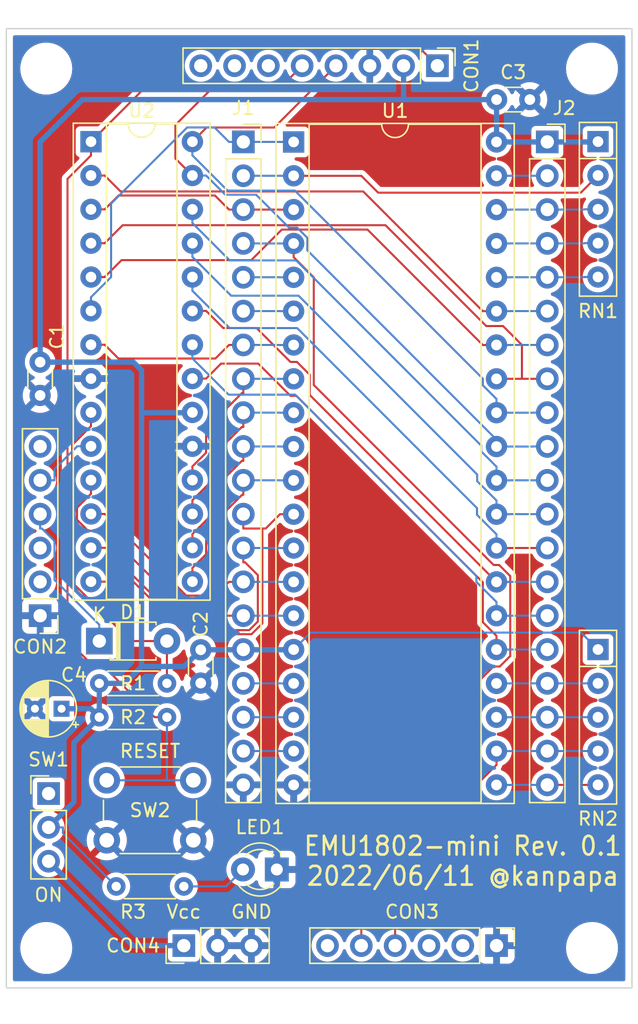
<source format=kicad_pcb>
(kicad_pcb (version 20211014) (generator pcbnew)
  (title_block (title "EMU1802-mini") (date "2022-06-11") (rev "0.1") (company "kanpapa.com"))
  (layers (0 "F.Cu" signal) (31 "B.Cu" signal) (34 "B.Paste" user) (35 "F.Paste" user) (36 "B.SilkS" user "B.Silkscreen") (37 "F.SilkS" user "F.Silkscreen") (38 "B.Mask" user) (39 "F.Mask" user) (44 "Edge.Cuts" user))
  (net 0 "")
  (net 1 "GND")
  (net 2 "VCC")
  (net 3 "Net-(CON1-Pad1)")
  (net 9 "Net-(CON2-Pad4)")
  (net 10 "Net-(CON2-Pad5)")
  (net 13 "Net-(D1-Pad2)")
  (net 14 "Net-(LED1-Pad2)")
  (net 18 "/MA7")
  (net 19 "/MA6")
  (net 20 "/~EF3")
  (net 21 "/Q")
  (net 22 "Net-(CON4-Pad1)")
  (net 23 "/CLOCK")
  (net 24 "/~WAIT")
  (net 25 "/~CLEAR")
  (net 26 "/SC1")
  (net 27 "/SC0")
  (net 28 "/~MRD")
  (net 29 "/BUS7")
  (net 30 "/BUS6")
  (net 31 "/BUS5")
  (net 32 "/BUS4")
  (net 33 "/BUS3")
  (net 34 "/BUS2")
  (net 35 "/BUS1")
  (net 36 "/BUS0")
  (net 37 "/N2")
  (net 38 "/N1")
  (net 39 "/N0")
  (net 40 "/~XTAL")
  (net 41 "/~DMA_IN")
  (net 42 "/~DMA_OUT")
  (net 43 "/~INTERRUPT")
  (net 44 "/~MWR")
  (net 45 "/TPA")
  (net 46 "/TPB")
  (net 47 "/MA5")
  (net 48 "/MA4")
  (net 49 "/MA3")
  (net 50 "/MA2")
  (net 51 "/MA1")
  (net 52 "/MA0")
  (net 53 "/~EF1")
  (net 54 "/~EF2")
  (net 55 "/~EF4")
  (footprint "LED_THT:LED_D3.0mm" (layer "F.Cu") (at 130.32 111.11 180)
    (fp_text reference "LED1")
    (fp_text value "POWER LED")
  )
  (footprint "Resistor_THT:R_Array_SIP5" (layer "F.Cu") (at 154.45 56.48 -90)
    (fp_text reference "RN1")
    (fp_text value "10K")
  )
  (footprint "Diode_THT:D_T-1_P5.08mm_Horizontal" (layer "F.Cu") (at 116.985 93.965)
    (fp_text reference "D1")
    (fp_text value "1N4148")
  )
  (footprint "Button_Switch_THT:SW_PUSH_6mm" (layer "F.Cu") (at 117.545 104.415)
    (fp_text reference "SW2")
    (fp_text value "RESET")
  )
  (footprint "Resistor_THT:R_Axial_DIN0204_L3.6mm_D1.6mm_P5.08mm_Horizontal" (layer "F.Cu") (at 116.985 99.68)
    (fp_text reference "R2")
    (fp_text value "10k")
  )
  (footprint "Package_DIP:DIP-28_W7.62mm_Socket" (layer "F.Cu") (at 116.36 56.485)
    (fp_text reference "U2")
    (fp_text value "PIC18F27Q43")
  )
  (footprint "Connector_PinHeader_2.54mm:PinHeader_1x08_P2.54mm_Vertical" (layer "F.Cu") (at 142.385 50.785 -90)
    (fp_text reference "CON1")
    (fp_text value "PICKIT/SNAP")
  )
  (footprint "Resistor_THT:R_Array_SIP5" (layer "F.Cu") (at 154.45 94.6 -90)
    (fp_text reference "RN2")
    (fp_text value "10K")
  )
  (footprint "Capacitor_THT:C_Disc_D3.0mm_W1.6mm_P2.50mm" (layer "F.Cu") (at 124.605 94.62 -90)
    (fp_text reference "C2")
    (fp_text value "0.1u")
  )
  (footprint "Resistor_THT:R_Axial_DIN0204_L3.6mm_D1.6mm_P5.08mm_Horizontal" (layer "F.Cu") (at 118.255 112.38)
    (fp_text reference "R3")
    (fp_text value "1.5k")
  )
  (footprint "Connector_PinSocket_2.54mm:PinSocket_1x20_P2.54mm_Vertical" (layer "F.Cu") (at 150.64 56.5)
    (fp_text reference "J2")
    (fp_text value "CPUB")
  )
  (footprint "Connector_PinSocket_2.54mm:PinSocket_1x20_P2.54mm_Vertical" (layer "F.Cu") (at 127.805 56.5)
    (fp_text reference "J1")
    (fp_text value "CPUA")
  )
  (footprint "Capacitor_THT:CP_Radial_D4.0mm_P2.00mm" (layer "F.Cu") (at 114.1476 99.045 180)
    (fp_text reference "C4")
    (fp_text value "10uF")
  )
  (footprint "MountingHole:MountingHole_3.2mm_M3" (layer "F.Cu") (at 154 51)
    (fp_text reference "MH3" hide)
    (fp_text value "MountingHole_3.2mm_M3" hide)
  )
  (footprint "MountingHole:MountingHole_3.2mm_M3" (layer "F.Cu") (at 154 117)
    (fp_text reference "MH2" hide)
    (fp_text value "MountingHole_3.2mm_M3" hide)
  )
  (footprint "Connector_PinHeader_2.54mm:PinHeader_1x03_P2.54mm_Vertical" (layer "F.Cu") (at 113.175 105.41)
    (fp_text reference "SW1")
    (fp_text value "POWER")
  )
  (footprint "Connector_PinHeader_2.54mm:PinHeader_1x06_P2.54mm_Vertical" (layer "F.Cu") (at 112.54 92.06 180)
    (fp_text reference "CON2")
    (fp_text value "UART")
  )
  (footprint "Connector_PinHeader_2.54mm:PinHeader_1x03_P2.54mm_Vertical" (layer "F.Cu") (at 123.335 116.825 90)
    (fp_text reference "CON4")
    (fp_text value "DC-IN")
  )
  (footprint "Capacitor_THT:C_Disc_D3.0mm_W1.6mm_P2.50mm" (layer "F.Cu") (at 112.54 75.53 90)
    (fp_text reference "C1")
    (fp_text value "0.1u")
  )
  (footprint "Connector_PinHeader_2.54mm:PinHeader_1x06_P2.54mm_Vertical" (layer "F.Cu") (at 146.83 116.825 -90)
    (fp_text reference "CON3")
    (fp_text value "Software Serial")
  )
  (footprint "MountingHole:MountingHole_3.2mm_M3" (layer "F.Cu") (at 113 51)
    (fp_text reference "MH4" hide)
    (fp_text value "MountingHole_3.2mm_M3" hide)
  )
  (footprint "Capacitor_THT:C_Disc_D3.0mm_W1.6mm_P2.50mm" (layer "F.Cu") (at 146.83 53.325)
    (fp_text reference "C3")
    (fp_text value "0.1u")
  )
  (footprint "Resistor_THT:R_Axial_DIN0204_L3.6mm_D1.6mm_P5.08mm_Horizontal" (layer "F.Cu") (at 116.985 97.14)
    (fp_text reference "R1")
    (fp_text value "10k")
  )
  (footprint "MountingHole:MountingHole_3.2mm_M3" (layer "F.Cu") (at 113 117)
    (fp_text reference "MH1" hide)
    (fp_text value "MountingHole_3.2mm_M3" hide)
  )
  (footprint "Package_DIP:DIP-40_W15.24mm_Socket" (layer "F.Cu") (at 131.585 56.505)
    (fp_text reference "U1")
    (fp_text value "CDP1802ACE")
  )
  (gr_rect locked (start 110 120) (end 157 48) (layer "Edge.Cuts") (width 0.1) (fill none))
  (gr_text "ON" (at 113.175 113.015) (layer "F.SilkS") (effects (font (size 1 1))))
  (gr_text "RESET" (at 120.795 102.22) (layer "F.SilkS") (effects (font (size 1 1))))
  (gr_text "EMU1802-mini Rev. 0.1\n2022/06/11 @kanpapa\n" (at 144.29 110.475) (layer "F.SilkS") (effects (font (size 1.4 1.3) (thickness 0.2))))
  (gr_text "Vcc" (at 123.335 114.285) (layer "F.SilkS") (effects (font (size 1 1))))
  (gr_text "GND" (at 128.415 114.285) (layer "F.SilkS") (effects (font (size 1 1))))
  (segment locked (start 146.825 56.505) (end 150.64 56.505) (width 0.4) (layer "B.Cu") (net 2))
  (segment (start 153.18 93.33) (end 154.45 94.6) (width 0.1524) (layer "B.Cu") (net 2))
  (segment (start 131.57 94.62) (end 131.585 94.605) (width 0.4) (layer "B.Cu") (net 2))
  (segment (start 132.86 93.33) (end 152.545 93.33) (width 0.1524) (layer "B.Cu") (net 2))
  (segment (start 131.585 94.605) (end 132.86 93.33) (width 0.1524) (layer "B.Cu") (net 2))
  (segment (start 114.2539 108.3789) (end 114.2539 107.95) (width 0.1524) (layer "B.Cu") (net 2))
  (segment (start 152.545 93.33) (end 153.18 93.33) (width 0.1524) (layer "B.Cu") (net 2))
  (segment (start 114.148 99.045) (end 114.1476 99.045) (width 0.1524) (layer "B.Cu") (net 2))
  (segment locked (start 120.16 76.83) (end 120.16 95.87) (width 0.4) (layer "B.Cu") (net 2))
  (segment locked (start 123.955 76.83) (end 120.16 76.83) (width 0.4) (layer "B.Cu") (net 2))
  (segment (start 118.255 112.38) (end 114.2539 108.3789) (width 0.1524) (layer "B.Cu") (net 2))
  (segment (start 116.985 99.68) (end 115.08 101.585) (width 0.4) (layer "B.Cu") (net 2))
  (segment (start 139.845 50.785) (end 139.845 53.325) (width 0.4) (layer "B.Cu") (net 2))
  (segment (start 146.83 53.325) (end 146.83 56.5) (width 0.4) (layer "B.Cu") (net 2))
  (segment locked (start 120.16 73.645) (end 120.16 76.82) (width 0.4) (layer "B.Cu") (net 2))
  (segment locked (start 112.54 56.5) (end 112.54 73.03) (width 0.4) (layer "B.Cu") (net 2))
  (segment locked (start 150.64 56.505) (end 154.425 56.505) (width 0.4) (layer "B.Cu") (net 2))
  (segment (start 123.955 76.83) (end 123.98 76.805) (width 0.1524) (layer "B.Cu") (net 2))
  (segment locked (start 118.89 97.14) (end 120.16 95.87) (width 0.4) (layer "B.Cu") (net 2))
  (segment (start 124.605 94.62) (end 127.825 94.62) (width 0.4) (layer "B.Cu") (net 2))
  (segment locked (start 146.83 53.325) (end 115.715 53.325) (width 0.4) (layer "B.Cu") (net 2))
  (segment (start 116.35 99.045) (end 116.985 99.68) (width 0.4) (layer "B.Cu") (net 2))
  (segment locked (start 116.985 99.68) (end 116.985 97.14) (width 0.4) (layer "B.Cu") (net 2))
  (segment (start 123.355 95.87) (end 124.605 94.62) (width 0.4) (layer "B.Cu") (net 2))
  (segment locked (start 119.545 73.03) (end 120.16 73.645) (width 0.4) (layer "B.Cu") (net 2))
  (segment locked (start 112.54 73.03) (end 119.545 73.03) (width 0.4) (layer "B.Cu") (net 2))
  (segment (start 127.825 94.62) (end 127.805 94.6) (width 0.1524) (layer "B.Cu") (net 2))
  (segment (start 120.16 95.87) (end 123.355 95.87) (width 0.4) (layer "B.Cu") (net 2))
  (segment (start 115.08 106.045) (end 113.175 107.95) (width 0.4) (layer "B.Cu") (net 2))
  (segment locked (start 115.715 53.325) (end 112.54 56.5) (width 0.4) (layer "B.Cu") (net 2))
  (segment (start 120.16 76.82) (end 120.16 76.83) (width 0.1524) (layer "B.Cu") (net 2))
  (segment (start 127.825 94.62) (end 131.57 94.62) (width 0.4) (layer "B.Cu") (net 2))
  (segment (start 154.425 56.505) (end 154.45 56.48) (width 0.1524) (layer "B.Cu") (net 2))
  (segment (start 116.35 99.045) (end 116.985 99.68) (width 0.4) (layer "B.Cu") (net 2))
  (segment (start 113.175 107.95) (end 114.2539 107.95) (width 0.1524) (layer "B.Cu") (net 2))
  (segment locked (start 116.985 97.14) (end 118.89 97.14) (width 0.4) (layer "B.Cu") (net 2))
  (segment (start 115.08 101.585) (end 115.08 106.045) (width 0.4) (layer "B.Cu") (net 2))
  (segment (start 114.148 99.045) (end 116.35 99.045) (width 0.4) (layer "B.Cu") (net 2))
  (segment (start 116.5255 95.8334) (end 114.5952 93.9031) (width 0.1524) (layer "F.Cu") (net 3))
  (segment (start 123.33 49.515) (end 116.36 56.485) (width 0.1524) (layer "F.Cu") (net 3))
  (segment (start 142.385 50.785) (end 141.115 49.515) (width 0.1524) (layer "F.Cu") (net 3))
  (segment (start 117.2895 95.8334) (end 116.5255 95.8334) (width 0.1524) (layer "F.Cu") (net 3))
  (segment (start 121.1361 99.68) (end 117.2895 95.8334) (width 0.1524) (layer "F.Cu") (net 3))
  (segment (start 114.5952 59.2787) (end 116.36 57.5139) (width 0.1524) (layer "F.Cu") (net 3))
  (segment (start 122.065 99.68) (end 121.1361 99.68) (width 0.1524) (layer "F.Cu") (net 3))
  (segment (start 141.115 49.515) (end 123.33 49.515) (width 0.1524) (layer "F.Cu") (net 3))
  (segment (start 116.36 56.485) (end 116.36 57.5139) (width 0.1524) (layer "F.Cu") (net 3))
  (segment (start 114.5952 93.9031) (end 114.5952 59.2787) (width 0.1524) (layer "F.Cu") (net 3))
  (segment (start 122.065 104.415) (end 117.545 104.415) (width 0.1524) (layer "B.Cu") (net 3))
  (segment (start 124.045 104.415) (end 122.065 104.415) (width 0.1524) (layer "B.Cu") (net 3))
  (segment (start 122.065 99.68) (end 122.065 104.415) (width 0.1524) (layer "B.Cu") (net 3))
  (segment (start 113.6189 86.4628) (end 113.6189 89.37) (width 0.1524) (layer "B.Cu") (net 9))
  (segment (start 116.985 93.965) (end 116.985 92.7361) (width 0.1524) (layer "B.Cu") (net 9))
  (segment (start 112.54 84.44) (end 112.54 85.5189) (width 0.1524) (layer "B.Cu") (net 9))
  (segment (start 112.54 85.5189) (end 112.675 85.5189) (width 0.1524) (layer "B.Cu") (net 9))
  (segment (start 112.675 85.5189) (end 113.6189 86.4628) (width 0.1524) (layer "B.Cu") (net 9))
  (segment (start 113.6189 89.37) (end 116.985 92.7361) (width 0.1524) (layer "B.Cu") (net 9))
  (segment (start 112.54 81.9) (end 113.6189 81.9) (width 0.1524) (layer "B.Cu") (net 10))
  (segment (start 113.6189 81.9) (end 113.6189 81.0572) (width 0.1524) (layer "B.Cu") (net 10))
  (segment (start 113.6189 81.0572) (end 115.3311 79.345) (width 0.1524) (layer "B.Cu") (net 10))
  (segment (start 116.36 79.345) (end 115.3311 79.345) (width 0.1524) (layer "B.Cu") (net 10))
  (segment (start 119.3514 93.965) (end 114.9434 89.557) (width 0.1524) (layer "F.Cu") (net 13))
  (segment (start 116.36 76.805) (end 116.36 77.8339) (width 0.1524) (layer "F.Cu") (net 13))
  (segment (start 120.8361 93.965) (end 119.3514 93.965) (width 0.1524) (layer "F.Cu") (net 13))
  (segment (start 114.9434 89.557) (end 114.9434 79.2505) (width 0.1524) (layer "F.Cu") (net 13))
  (segment (start 114.9434 79.2505) (end 116.36 77.8339) (width 0.1524) (layer "F.Cu") (net 13))
  (segment (start 122.065 93.965) (end 120.8361 93.965) (width 0.1524) (layer "F.Cu") (net 13))
  (segment (start 122.065 97.14) (end 122.065 93.965) (width 0.1524) (layer "F.Cu") (net 13))
  (segment (start 126.51 112.38) (end 127.78 111.11) (width 0.1524) (layer "B.Cu") (net 14))
  (segment (start 123.335 112.38) (end 126.51 112.38) (width 0.1524) (layer "B.Cu") (net 14))
  (segment (start 134.765 50.785) (end 130.1286 55.4214) (width 0.1524) (layer "F.Cu") (net 18))
  (segment (start 130.1286 55.4214) (end 125.0436 55.4214) (width 0.1524) (layer "F.Cu") (net 18))
  (segment (start 125.0436 55.4214) (end 123.98 56.485) (width 0.1524) (layer "F.Cu") (net 18))
  (segment (start 149.5611 76.82) (end 149.5561 76.825) (width 0.1524) (layer "B.Cu") (net 18))
  (segment (start 146.825 75.7961) (end 145.7961 74.7672) (width 0.1524) (layer "B.Cu") (net 18))
  (segment (start 131.678 60.1562) (end 126.6223 60.1562) (width 0.1524) (layer "B.Cu") (net 18))
  (segment (start 145.7961 74.7672) (end 145.7961 74.2743) (width 0.1524) (layer "B.Cu") (net 18))
  (segment (start 146.825 76.825) (end 146.825 75.7961) (width 0.1524) (layer "B.Cu") (net 18))
  (segment (start 145.7961 74.2743) (end 131.678 60.1562) (width 0.1524) (layer "B.Cu") (net 18))
  (segment (start 149.5561 76.825) (end 146.825 76.825) (width 0.1524) (layer "B.Cu") (net 18))
  (segment (start 123.98 56.485) (end 123.98 57.5139) (width 0.1524) (layer "B.Cu") (net 18))
  (segment (start 150.64 76.82) (end 149.5611 76.82) (width 0.1524) (layer "B.Cu") (net 18))
  (segment (start 126.6223 60.1562) (end 123.98 57.5139) (width 0.1524) (layer "B.Cu") (net 18))
  (segment (start 122.7 55.23) (end 125.877582 52.052418) (width 0.1524) (layer "F.Cu") (net 19))
  (segment (start 122.7 57.745) (end 122.7 55.23) (width 0.1524) (layer "F.Cu") (net 19))
  (segment (start 125.877582 52.052418) (end 130.957582 52.052418) (width 0.1524) (layer "F.Cu") (net 19))
  (segment (start 123.98 59.025) (end 122.7 57.745) (width 0.1524) (layer "F.Cu") (net 19))
  (segment (start 130.957582 52.052418) (end 132.225 50.785) (width 0.1524) (layer "F.Cu") (net 19))
  (segment (start 131.2373 62.9382) (end 128.7605 60.4614) (width 0.1524) (layer "B.Cu") (net 19))
  (segment (start 149.5561 79.365) (end 147.3395 79.365) (width 0.1524) (layer "B.Cu") (net 19))
  (segment (start 131.8533 62.9382) (end 131.2373 62.9382) (width 0.1524) (layer "B.Cu") (net 19))
  (segment (start 147.3395 79.365) (end 132.6139 64.6394) (width 0.1524) (layer "B.Cu") (net 19))
  (segment (start 150.64 79.36) (end 149.5611 79.36) (width 0.1524) (layer "B.Cu") (net 19))
  (segment (start 132.6139 64.6394) (end 132.6139 63.6988) (width 0.1524) (layer "B.Cu") (net 19))
  (segment (start 149.5611 79.36) (end 149.5561 79.365) (width 0.1524) (layer "B.Cu") (net 19))
  (segment (start 132.6139 63.6988) (end 131.8533 62.9382) (width 0.1524) (layer "B.Cu") (net 19))
  (segment (start 126.4453 60.4614) (end 125.0089 59.025) (width 0.1524) (layer "B.Cu") (net 19))
  (segment (start 128.7605 60.4614) (end 126.4453 60.4614) (width 0.1524) (layer "B.Cu") (net 19))
  (segment (start 123.98 59.025) (end 125.0089 59.025) (width 0.1524) (layer "B.Cu") (net 19))
  (segment (start 146.825 79.365) (end 147.3395 79.365) (width 0.1524) (layer "B.Cu") (net 19))
  (segment (start 139.21 110.8689) (end 146.825 103.2539) (width 0.1524) (layer "F.Cu") (net 20))
  (segment (start 146.825 102.225) (end 146.825 103.2539) (width 0.1524) (layer "F.Cu") (net 20))
  (segment (start 139.21 116.825) (end 139.21 110.8689) (width 0.1524) (layer "F.Cu") (net 20))
  (segment (start 146.825 102.225) (end 149.5561 102.225) (width 0.1524) (layer "B.Cu") (net 20))
  (segment (start 154.45 102.22) (end 150.64 102.22) (width 0.1524) (layer "B.Cu") (net 20))
  (segment (start 150.64 102.22) (end 149.5611 102.22) (width 0.1524) (layer "B.Cu") (net 20))
  (segment (start 149.5561 102.225) (end 149.5611 102.22) (width 0.1524) (layer "B.Cu") (net 20))
  (segment (start 147.8585 89.0917) (end 147.0218 88.255) (width 0.1524) (layer "F.Cu") (net 21))
  (segment (start 147.8585 95.0851) (end 147.8585 89.0917) (width 0.1524) (layer "F.Cu") (net 21))
  (segment (start 146.5974 95.875) (end 147.0686 95.875) (width 0.1524) (layer "F.Cu") (net 21))
  (segment (start 147.0686 95.875) (end 147.8585 95.0851) (width 0.1524) (layer "F.Cu") (net 21))
  (segment (start 133.096 74.7425) (end 133.096 66.6649) (width 0.1524) (layer "F.Cu") (net 21))
  (segment (start 146.6085 88.255) (end 133.096 74.7425) (width 0.1524) (layer "F.Cu") (net 21))
  (segment (start 133.096 66.6649) (end 131.585 65.1539) (width 0.1524) (layer "F.Cu") (net 21))
  (segment (start 136.67 116.825) (end 136.67 105.8024) (width 0.1524) (layer "F.Cu") (net 21))
  (segment (start 147.0218 88.255) (end 146.6085 88.255) (width 0.1524) (layer "F.Cu") (net 21))
  (segment (start 136.67 105.8024) (end 146.5974 95.875) (width 0.1524) (layer "F.Cu") (net 21))
  (segment (start 131.585 64.125) (end 131.585 65.1539) (width 0.1524) (layer "F.Cu") (net 21))
  (segment (start 128.8889 64.125) (end 128.8839 64.12) (width 0.1524) (layer "B.Cu") (net 21))
  (segment (start 131.585 64.125) (end 128.8889 64.125) (width 0.1524) (layer "B.Cu") (net 21))
  (segment (start 127.805 64.12) (end 128.8839 64.12) (width 0.1524) (layer "B.Cu") (net 21))
  (segment (start 113.175 110.49) (end 119.51 116.825) (width 0.4) (layer "B.Cu") (net 22))
  (segment (start 119.51 116.825) (end 123.335 116.825) (width 0.4) (layer "B.Cu") (net 22))
  (segment (start 125.6422 55.4161) (end 123.5872 55.4161) (width 0.1524) (layer "B.Cu") (net 23))
  (segment (start 131.585 56.505) (end 130.5561 56.505) (width 0.1524) (layer "B.Cu") (net 23))
  (segment (start 130.5511 56.5) (end 127.805 56.5) (width 0.1524) (layer "B.Cu") (net 23))
  (segment (start 116.36 69.185) (end 116.36 68.1561) (width 0.1524) (layer "B.Cu") (net 23))
  (segment (start 117.871 61.1323) (end 117.871 66.6451) (width 0.1524) (layer "B.Cu") (net 23))
  (segment (start 127.805 56.5) (end 126.7261 56.5) (width 0.1524) (layer "B.Cu") (net 23))
  (segment (start 130.5561 56.505) (end 130.5511 56.5) (width 0.1524) (layer "B.Cu") (net 23))
  (segment (start 123.5872 55.4161) (end 117.871 61.1323) (width 0.1524) (layer "B.Cu") (net 23))
  (segment (start 117.871 66.6451) (end 116.36 68.1561) (width 0.1524) (layer "B.Cu") (net 23))
  (segment (start 126.7261 56.5) (end 125.6422 55.4161) (width 0.1524) (layer "B.Cu") (net 23))
  (segment (start 137.93 60.31) (end 136.665 59.045) (width 0.1524) (layer "F.Cu") (net 24))
  (segment (start 153.16 60.31) (end 137.93 60.31) (width 0.1524) (layer "F.Cu") (net 24))
  (segment (start 154.45 59.02) (end 153.16 60.31) (width 0.1524) (layer "F.Cu") (net 24))
  (segment (start 131.585 59.045) (end 136.665 59.045) (width 0.1524) (layer "F.Cu") (net 24))
  (segment (start 127.805 59.04) (end 130.5511 59.04) (width 0.1524) (layer "B.Cu") (net 24))
  (segment (start 131.585 59.045) (end 130.5561 59.045) (width 0.1524) (layer "B.Cu") (net 24))
  (segment (start 130.5511 59.04) (end 130.5561 59.045) (width 0.1524) (layer "B.Cu") (net 24))
  (segment (start 126.7261 61.58) (end 125.6708 60.5247) (width 0.1524) (layer "F.Cu") (net 25))
  (segment (start 118.4292 60.5247) (end 117.3889 61.565) (width 0.1524) (layer "F.Cu") (net 25))
  (segment (start 116.36 61.565) (end 117.3889 61.565) (width 0.1524) (layer "F.Cu") (net 25))
  (segment (start 131.585 61.585) (end 130.5561 61.585) (width 0.1524) (layer "F.Cu") (net 25))
  (segment (start 130.5511 61.58) (end 127.805 61.58) (width 0.1524) (layer "F.Cu") (net 25))
  (segment (start 125.6708 60.5247) (end 118.4292 60.5247) (width 0.1524) (layer "F.Cu") (net 25))
  (segment (start 130.5561 61.585) (end 130.5511 61.58) (width 0.1524) (layer "F.Cu") (net 25))
  (segment (start 127.805 61.58) (end 126.7261 61.58) (width 0.1524) (layer "F.Cu") (net 25))
  (segment (start 130.5511 66.66) (end 130.5561 66.665) (width 0.1524) (layer "B.Cu") (net 26))
  (segment (start 131.585 66.665) (end 130.5561 66.665) (width 0.1524) (layer "B.Cu") (net 26))
  (segment (start 127.805 66.66) (end 130.5511 66.66) (width 0.1524) (layer "B.Cu") (net 26))
  (segment (start 127.805 69.2) (end 130.5511 69.2) (width 0.1524) (layer "B.Cu") (net 27))
  (segment (start 131.585 69.205) (end 130.5561 69.205) (width 0.1524) (layer "B.Cu") (net 27))
  (segment (start 130.5511 69.2) (end 130.5561 69.205) (width 0.1524) (layer "B.Cu") (net 27))
  (segment (start 126.7261 71.74) (end 125.7064 72.7597) (width 0.1524) (layer "F.Cu") (net 28))
  (segment (start 118.4236 72.7597) (end 117.3889 71.725) (width 0.1524) (layer "F.Cu") (net 28))
  (segment (start 116.36 71.725) (end 117.3889 71.725) (width 0.1524) (layer "F.Cu") (net 28))
  (segment (start 127.805 71.74) (end 126.7261 71.74) (width 0.1524) (layer "F.Cu") (net 28))
  (segment (start 125.7064 72.7597) (end 118.4236 72.7597) (width 0.1524) (layer "F.Cu") (net 28))
  (segment (start 131.585 71.745) (end 130.5561 71.745) (width 0.1524) (layer "B.Cu") (net 28))
  (segment (start 127.805 71.74) (end 130.5511 71.74) (width 0.1524) (layer "B.Cu") (net 28))
  (segment (start 130.5511 71.74) (end 130.5561 71.745) (width 0.1524) (layer "B.Cu") (net 28))
  (segment (start 127.805 74.28) (end 127.805 75.3589) (width 0.1524) (layer "F.Cu") (net 29))
  (segment (start 127.6932 75.3589) (end 127.805 75.3589) (width 0.1524) (layer "F.Cu") (net 29))
  (segment (start 123.98 81.885) (end 123.98 80.8561) (width 0.1524) (layer "F.Cu") (net 29))
  (segment (start 125.0089 78.0432) (end 127.6932 75.3589) (width 0.1524) (layer "F.Cu") (net 29))
  (segment (start 123.98 80.8561) (end 125.0089 79.8272) (width 0.1524) (layer "F.Cu") (net 29))
  (segment (start 125.0089 79.8272) (end 125.0089 78.0432) (width 0.1524) (layer "F.Cu") (net 29))
  (segment (start 131.585 74.285) (end 130.5561 74.285) (width 0.1524) (layer "B.Cu") (net 29))
  (segment (start 130.5511 74.28) (end 130.5561 74.285) (width 0.1524) (layer "B.Cu") (net 29))
  (segment (start 127.805 74.28) (end 130.5511 74.28) (width 0.1524) (layer "B.Cu") (net 29))
  (segment (start 123.98 84.425) (end 123.98 83.3961) (width 0.1524) (layer "F.Cu") (net 30))
  (segment (start 123.98 83.3961) (end 126.344 81.0321) (width 0.1524) (layer "F.Cu") (net 30))
  (segment (start 127.6932 77.8989) (end 127.805 77.8989) (width 0.1524) (layer "F.Cu") (net 30))
  (segment (start 126.344 79.2481) (end 127.6932 77.8989) (width 0.1524) (layer "F.Cu") (net 30))
  (segment (start 126.344 81.0321) (end 126.344 79.2481) (width 0.1524) (layer "F.Cu") (net 30))
  (segment (start 127.805 76.82) (end 127.805 77.8989) (width 0.1524) (layer "F.Cu") (net 30))
  (segment (start 127.805 76.82) (end 130.5511 76.82) (width 0.1524) (layer "B.Cu") (net 30))
  (segment (start 130.5511 76.82) (end 130.5561 76.825) (width 0.1524) (layer "B.Cu") (net 30))
  (segment (start 131.585 76.825) (end 130.5561 76.825) (width 0.1524) (layer "B.Cu") (net 30))
  (segment (start 127.696 80.4389) (end 125.7547 82.3802) (width 0.1524) (layer "F.Cu") (net 31))
  (segment (start 127.805 80.4389) (end 127.696 80.4389) (width 0.1524) (layer "F.Cu") (net 31))
  (segment (start 125.7547 82.3802) (end 125.7547 84.1614) (width 0.1524) (layer "F.Cu") (net 31))
  (segment (start 125.7547 84.1614) (end 123.98 85.9361) (width 0.1524) (layer "F.Cu") (net 31))
  (segment (start 123.98 86.965) (end 123.98 85.9361) (width 0.1524) (layer "F.Cu") (net 31))
  (segment (start 127.805 79.36) (end 127.805 80.4389) (width 0.1524) (layer "F.Cu") (net 31))
  (segment (start 131.585 79.365) (end 130.5561 79.365) (width 0.1524) (layer "B.Cu") (net 31))
  (segment (start 127.805 79.36) (end 130.5511 79.36) (width 0.1524) (layer "B.Cu") (net 31))
  (segment (start 130.5511 79.36) (end 130.5561 79.365) (width 0.1524) (layer "B.Cu") (net 31))
  (segment (start 123.98 88.4761) (end 125.0089 87.4472) (width 0.1524) (layer "F.Cu") (net 32))
  (segment (start 123.98 89.505) (end 123.98 88.4761) (width 0.1524) (layer "F.Cu") (net 32))
  (segment (start 125.0089 85.6914) (end 127.7214 82.9789) (width 0.1524) (layer "F.Cu") (net 32))
  (segment (start 127.7214 82.9789) (end 127.805 82.9789) (width 0.1524) (layer "F.Cu") (net 32))
  (segment (start 125.0089 87.4472) (end 125.0089 85.6914) (width 0.1524) (layer "F.Cu") (net 32))
  (segment (start 127.805 81.9) (end 127.805 82.9789) (width 0.1524) (layer "F.Cu") (net 32))
  (segment (start 131.585 81.905) (end 130.5561 81.905) (width 0.1524) (layer "B.Cu") (net 32))
  (segment (start 130.5511 81.9) (end 130.5561 81.905) (width 0.1524) (layer "B.Cu") (net 32))
  (segment (start 127.805 81.9) (end 130.5511 81.9) (width 0.1524) (layer "B.Cu") (net 32))
  (segment (start 119.5422 89.505) (end 116.36 89.505) (width 0.1524) (layer "F.Cu") (net 33))
  (segment (start 129.2374 92.6359) (end 128.4218 93.4515) (width 0.1524) (layer "F.Cu") (net 33))
  (segment (start 131.585 84.445) (end 130.5561 84.445) (width 0.1524) (layer "F.Cu") (net 33))
  (segment (start 129.2374 85.5189) (end 129.4822 85.5189) (width 0.1524) (layer "F.Cu") (net 33))
  (segment (start 128.4218 93.4515) (end 123.4887 93.4515) (width 0.1524) (layer "F.Cu") (net 33))
  (segment (start 129.4822 85.5189) (end 130.5561 84.445) (width 0.1524) (layer "F.Cu") (net 33))
  (segment (start 127.805 84.44) (end 127.805 85.5189) (width 0.1524) (layer "F.Cu") (net 33))
  (segment (start 129.2374 85.5189) (end 129.2374 92.6359) (width 0.1524) (layer "F.Cu") (net 33))
  (segment (start 127.805 85.5189) (end 129.2374 85.5189) (width 0.1524) (layer "F.Cu") (net 33))
  (segment (start 123.4887 93.4515) (end 119.5422 89.505) (width 0.1524) (layer "F.Cu") (net 33))
  (segment (start 127.805 86.98) (end 127.805 88.0589) (width 0.1524) (layer "F.Cu") (net 34))
  (segment (start 128.894 89.013) (end 128.894 92.501) (width 0.1524) (layer "F.Cu") (net 34))
  (segment (start 127.805 88.0589) (end 127.9399 88.0589) (width 0.1524) (layer "F.Cu") (net 34))
  (segment (start 127.9399 88.0589) (end 128.894 89.013) (width 0.1524) (layer "F.Cu") (net 34))
  (segment (start 128.2487 93.1463) (end 123.6152 93.1463) (width 0.1524) (layer "F.Cu") (net 34))
  (segment (start 117.4339 86.965) (end 116.36 86.965) (width 0.1524) (layer "F.Cu") (net 34))
  (segment (start 123.6152 93.1463) (end 117.4339 86.965) (width 0.1524) (layer "F.Cu") (net 34))
  (segment (start 128.894 92.501) (end 128.2487 93.1463) (width 0.1524) (layer "F.Cu") (net 34))
  (segment (start 131.585 86.985) (end 130.5561 86.985) (width 0.1524) (layer "B.Cu") (net 34))
  (segment (start 130.5511 86.98) (end 130.5561 86.985) (width 0.1524) (layer "B.Cu") (net 34))
  (segment (start 127.805 86.98) (end 130.5511 86.98) (width 0.1524) (layer "B.Cu") (net 34))
  (segment (start 125.692 90.5541) (end 123.518 90.5541) (width 0.1524) (layer "F.Cu") (net 35))
  (segment (start 123.518 90.5541) (end 117.3889 84.425) (width 0.1524) (layer "F.Cu") (net 35))
  (segment (start 127.805 89.52) (end 126.7261 89.52) (width 0.1524) (layer "F.Cu") (net 35))
  (segment (start 116.36 84.425) (end 117.3889 84.425) (width 0.1524) (layer "F.Cu") (net 35))
  (segment (start 126.7261 89.52) (end 125.692 90.5541) (width 0.1524) (layer "F.Cu") (net 35))
  (segment (start 127.805 89.52) (end 130.5511 89.52) (width 0.1524) (layer "B.Cu") (net 35))
  (segment (start 130.5511 89.52) (end 130.5561 89.525) (width 0.1524) (layer "B.Cu") (net 35))
  (segment (start 131.585 89.525) (end 130.5561 89.525) (width 0.1524) (layer "B.Cu") (net 35))
  (segment (start 116.1494 85.695) (end 117.4142 85.695) (width 0.1524) (layer "F.Cu") (net 36))
  (segment (start 116.36 81.885) (end 116.36 82.9139) (width 0.1524) (layer "F.Cu") (net 36))
  (segment (start 115.3088 83.9651) (end 115.3088 84.8544) (width 0.1524) (layer "F.Cu") (net 36))
  (segment (start 116.36 82.9139) (end 115.3088 83.9651) (width 0.1524) (layer "F.Cu") (net 36))
  (segment (start 123.7792 92.06) (end 127.805 92.06) (width 0.1524) (layer "F.Cu") (net 36))
  (segment (start 115.3088 84.8544) (end 116.1494 85.695) (width 0.1524) (layer "F.Cu") (net 36))
  (segment (start 117.4142 85.695) (end 123.7792 92.06) (width 0.1524) (layer "F.Cu") (net 36))
  (segment (start 131.585 92.065) (end 130.5561 92.065) (width 0.1524) (layer "B.Cu") (net 36))
  (segment (start 127.805 92.06) (end 130.5511 92.06) (width 0.1524) (layer "B.Cu") (net 36))
  (segment (start 130.5511 92.06) (end 130.5561 92.065) (width 0.1524) (layer "B.Cu") (net 36))
  (segment (start 131.585 97.145) (end 130.5561 97.145) (width 0.1524) (layer "B.Cu") (net 37))
  (segment (start 127.805 97.14) (end 130.5511 97.14) (width 0.1524) (layer "B.Cu") (net 37))
  (segment (start 130.5511 97.14) (end 130.5561 97.145) (width 0.1524) (layer "B.Cu") (net 37))
  (segment (start 130.5511 99.68) (end 130.5561 99.685) (width 0.1524) (layer "B.Cu") (net 38))
  (segment (start 131.585 99.685) (end 130.5561 99.685) (width 0.1524) (layer "B.Cu") (net 38))
  (segment (start 127.805 99.68) (end 130.5511 99.68) (width 0.1524) (layer "B.Cu") (net 38))
  (segment (start 131.585 102.225) (end 130.5561 102.225) (width 0.1524) (layer "B.Cu") (net 39))
  (segment (start 130.5511 102.22) (end 130.5561 102.225) (width 0.1524) (layer "B.Cu") (net 39))
  (segment (start 127.805 102.22) (end 130.5511 102.22) (width 0.1524) (layer "B.Cu") (net 39))
  (segment (start 150.64 59.04) (end 147.8589 59.04) (width 0.1524) (layer "B.Cu") (net 40))
  (segment (start 147.8589 59.04) (end 147.8539 59.045) (width 0.1524) (layer "B.Cu") (net 40))
  (segment (start 146.825 59.045) (end 147.8539 59.045) (width 0.1524) (layer "B.Cu") (net 40))
  (segment (start 153.4211 61.56) (end 153.4011 61.58) (width 0.1524) (layer "B.Cu") (net 41))
  (segment (start 153.4011 61.58) (end 150.64 61.58) (width 0.1524) (layer "B.Cu") (net 41))
  (segment (start 146.825 61.585) (end 147.8539 61.585) (width 0.1524) (layer "B.Cu") (net 41))
  (segment (start 147.8589 61.58) (end 147.8539 61.585) (width 0.1524) (layer "B.Cu") (net 41))
  (segment (start 154.45 61.56) (end 153.4211 61.56) (width 0.1524) (layer "B.Cu") (net 41))
  (segment (start 150.64 61.58) (end 147.8589 61.58) (width 0.1524) (layer "B.Cu") (net 41))
  (segment (start 147.8589 64.12) (end 147.8539 64.125) (width 0.1524) (layer "B.Cu") (net 42))
  (segment (start 150.64 64.12) (end 147.8589 64.12) (width 0.1524) (layer "B.Cu") (net 42))
  (segment (start 153.4211 64.1) (end 153.4011 64.12) (width 0.1524) (layer "B.Cu") (net 42))
  (segment (start 154.45 64.1) (end 153.4211 64.1) (width 0.1524) (layer "B.Cu") (net 42))
  (segment (start 146.825 64.125) (end 147.8539 64.125) (width 0.1524) (layer "B.Cu") (net 42))
  (segment (start 153.4011 64.12) (end 150.64 64.12) (width 0.1524) (layer "B.Cu") (net 42))
  (segment (start 150.64 66.66) (end 147.8589 66.66) (width 0.1524) (layer "B.Cu") (net 43))
  (segment (start 154.45 66.64) (end 153.4211 66.64) (width 0.1524) (layer "B.Cu") (net 43))
  (segment (start 153.4011 66.66) (end 150.64 66.66) (width 0.1524) (layer "B.Cu") (net 43))
  (segment (start 146.825 66.665) (end 147.8539 66.665) (width 0.1524) (layer "B.Cu") (net 43))
  (segment (start 147.8589 66.66) (end 147.8539 66.665) (width 0.1524) (layer "B.Cu") (net 43))
  (segment (start 153.4211 66.64) (end 153.4011 66.66) (width 0.1524) (layer "B.Cu") (net 43))
  (segment (start 146.825 69.205) (end 145.7961 69.205) (width 0.1524) (layer "F.Cu") (net 44))
  (segment (start 118.5834 60.2195) (end 117.3889 59.025) (width 0.1524) (layer "F.Cu") (net 44))
  (segment (start 136.8106 60.2195) (end 118.5834 60.2195) (width 0.1524) (layer "F.Cu") (net 44))
  (segment (start 145.7961 69.205) (end 136.8106 60.2195) (width 0.1524) (layer "F.Cu") (net 44))
  (segment (start 116.36 59.025) (end 117.3889 59.025) (width 0.1524) (layer "F.Cu") (net 44))
  (segment (start 150.64 69.2) (end 147.8589 69.2) (width 0.1524) (layer "B.Cu") (net 44))
  (segment (start 147.8589 69.2) (end 147.8539 69.205) (width 0.1524) (layer "B.Cu") (net 44))
  (segment (start 146.825 69.205) (end 147.8539 69.205) (width 0.1524) (layer "B.Cu") (net 44))
  (segment (start 116.36 66.645) (end 117.3889 66.645) (width 0.1524) (layer "F.Cu") (net 45))
  (segment (start 146.825 71.745) (end 145.7961 71.745) (width 0.1524) (layer "F.Cu") (net 45))
  (segment (start 128.4026 65.375) (end 118.6589 65.375) (width 0.1524) (layer "F.Cu") (net 45))
  (segment (start 130.6967 63.0809) (end 128.4026 65.375) (width 0.1524) (layer "F.Cu") (net 45))
  (segment (start 118.6589 65.375) (end 117.3889 66.645) (width 0.1524) (layer "F.Cu") (net 45))
  (segment (start 145.7961 71.745) (end 137.132 63.0809) (width 0.1524) (layer "F.Cu") (net 45))
  (segment (start 137.132 63.0809) (end 130.6967 63.0809) (width 0.1524) (layer "F.Cu") (net 45))
  (segment (start 146.825 71.745) (end 147.8539 71.745) (width 0.1524) (layer "B.Cu") (net 45))
  (segment (start 150.64 71.74) (end 147.8589 71.74) (width 0.1524) (layer "B.Cu") (net 45))
  (segment (start 147.8589 71.74) (end 147.8539 71.745) (width 0.1524) (layer "B.Cu") (net 45))
  (segment (start 148.735 74.28) (end 148.735 71.74) (width 0.1524) (layer "F.Cu") (net 46))
  (segment (start 138.4855 62.7545) (end 118.7394 62.7545) (width 0.1524) (layer "F.Cu") (net 46))
  (segment (start 117.3889 64.105) (end 116.36 64.105) (width 0.1524) (layer "F.Cu") (net 46))
  (segment (start 148.735 71.74) (end 147.3175 70.3225) (width 0.1524) (layer "F.Cu") (net 46))
  (segment (start 146.0535 70.3225) (end 138.4855 62.7545) (width 0.1524) (layer "F.Cu") (net 46))
  (segment (start 147.3175 70.3225) (end 146.0535 70.3225) (width 0.1524) (layer "F.Cu") (net 46))
  (segment (start 146.83 74.28) (end 150.64 74.28) (width 0.1524) (layer "F.Cu") (net 46))
  (segment (start 118.7394 62.7545) (end 117.3889 64.105) (width 0.1524) (layer "F.Cu") (net 46))
  (segment (start 146.825 74.285) (end 146.83 74.28) (width 0.1524) (layer "F.Cu") (net 46))
  (segment (start 123.98 62.5939) (end 126.7811 65.395) (width 0.1524) (layer "B.Cu") (net 47))
  (segment (start 145.6795 79.7306) (end 146.825 80.8761) (width 0.1524) (layer "B.Cu") (net 47))
  (segment (start 147.8589 81.9) (end 147.8539 81.905) (width 0.1524) (layer "B.Cu") (net 47))
  (segment (start 146.825 81.905) (end 146.825 80.8761) (width 0.1524) (layer "B.Cu") (net 47))
  (segment (start 123.98 61.565) (end 123.98 62.5939) (width 0.1524) (layer "B.Cu") (net 47))
  (segment (start 146.825 81.905) (end 147.8539 81.905) (width 0.1524) (layer "B.Cu") (net 47))
  (segment (start 126.7811 65.395) (end 131.7792 65.395) (width 0.1524) (layer "B.Cu") (net 47))
  (segment (start 145.6795 79.2953) (end 145.6795 79.7306) (width 0.1524) (layer "B.Cu") (net 47))
  (segment (start 150.64 81.9) (end 147.8589 81.9) (width 0.1524) (layer "B.Cu") (net 47))
  (segment (start 131.7792 65.395) (end 145.6795 79.2953) (width 0.1524) (layer "B.Cu") (net 47))
  (segment (start 150.64 84.44) (end 147.8589 84.44) (width 0.1524) (layer "B.Cu") (net 48))
  (segment (start 126.8883 68.0422) (end 131.954 68.0422) (width 0.1524) (layer "B.Cu") (net 48))
  (segment (start 146.825 84.445) (end 147.8539 84.445) (width 0.1524) (layer "B.Cu") (net 48))
  (segment (start 145.3743 81.4625) (end 145.3743 81.9654) (width 0.1524) (layer "B.Cu") (net 48))
  (segment (start 145.3743 81.9654) (end 146.825 83.4161) (width 0.1524) (layer "B.Cu") (net 48))
  (segment (start 131.954 68.0422) (end 145.3743 81.4625) (width 0.1524) (layer "B.Cu") (net 48))
  (segment (start 123.98 65.1339) (end 126.8883 68.0422) (width 0.1524) (layer "B.Cu") (net 48))
  (segment (start 146.825 84.445) (end 146.825 83.4161) (width 0.1524) (layer "B.Cu") (net 48))
  (segment (start 123.98 64.105) (end 123.98 65.1339) (width 0.1524) (layer "B.Cu") (net 48))
  (segment (start 147.8589 84.44) (end 147.8539 84.445) (width 0.1524) (layer "B.Cu") (net 48))
  (segment (start 146.825 86.985) (end 147.8539 86.985) (width 0.1524) (layer "F.Cu") (net 49))
  (segment (start 150.64 86.98) (end 147.8589 86.98) (width 0.1524) (layer "F.Cu") (net 49))
  (segment (start 147.8589 86.98) (end 147.8539 86.985) (width 0.1524) (layer "F.Cu") (net 49))
  (segment (start 126.7811 70.475) (end 131.8488 70.475) (width 0.1524) (layer "B.Cu") (net 49))
  (segment (start 131.8488 70.475) (end 145.359 83.9852) (width 0.1524) (layer "B.Cu") (net 49))
  (segment (start 145.359 84.4901) (end 146.825 85.9561) (width 0.1524) (layer "B.Cu") (net 49))
  (segment (start 146.825 86.985) (end 146.825 85.9561) (width 0.1524) (layer "B.Cu") (net 49))
  (segment (start 145.359 83.9852) (end 145.359 84.4901) (width 0.1524) (layer "B.Cu") (net 49))
  (segment (start 123.98 67.6739) (end 126.7811 70.475) (width 0.1524) (layer "B.Cu") (net 49))
  (segment (start 123.98 66.645) (end 123.98 67.6739) (width 0.1524) (layer "B.Cu") (net 49))
  (segment (start 128.7973 70.47) (end 126.2939 70.47) (width 0.1524) (layer "F.Cu") (net 50))
  (segment (start 132.7908 75.4908) (end 132.7908 73.9748) (width 0.1524) (layer "F.Cu") (net 50))
  (segment (start 131.831 73.015) (end 131.3423 73.015) (width 0.1524) (layer "F.Cu") (net 50))
  (segment (start 132.7908 73.9748) (end 131.831 73.015) (width 0.1524) (layer "F.Cu") (net 50))
  (segment (start 126.2939 70.47) (end 125.0089 69.185) (width 0.1524) (layer "F.Cu") (net 50))
  (segment (start 131.3423 73.015) (end 128.7973 70.47) (width 0.1524) (layer "F.Cu") (net 50))
  (segment (start 123.98 69.185) (end 125.0089 69.185) (width 0.1524) (layer "F.Cu") (net 50))
  (segment (start 146.825 89.525) (end 132.7908 75.4908) (width 0.1524) (layer "F.Cu") (net 50))
  (segment (start 147.8589 89.52) (end 147.8539 89.525) (width 0.1524) (layer "B.Cu") (net 50))
  (segment (start 150.64 89.52) (end 147.8589 89.52) (width 0.1524) (layer "B.Cu") (net 50))
  (segment (start 146.825 89.525) (end 147.8539 89.525) (width 0.1524) (layer "B.Cu") (net 50))
  (segment (start 146.825 92.065) (end 147.8539 92.065) (width 0.1524) (layer "B.Cu") (net 51))
  (segment (start 146.825 92.065) (end 146.825 91.0361) (width 0.1524) (layer "B.Cu") (net 51))
  (segment (start 146.825 91.0361) (end 145.314 89.5251) (width 0.1524) (layer "B.Cu") (net 51))
  (segment (start 145.314 89.0898) (end 131.6951 75.4709) (width 0.1524) (layer "B.Cu") (net 51))
  (segment (start 131.6951 75.4709) (end 126.697 75.4709) (width 0.1524) (layer "B.Cu") (net 51))
  (segment (start 126.697 75.4709) (end 123.98 72.7539) (width 0.1524) (layer "B.Cu") (net 51))
  (segment (start 123.98 71.725) (end 123.98 72.7539) (width 0.1524) (layer "B.Cu") (net 51))
  (segment (start 147.8589 92.06) (end 147.8539 92.065) (width 0.1524) (layer "B.Cu") (net 51))
  (segment (start 150.64 92.06) (end 147.8589 92.06) (width 0.1524) (layer "B.Cu") (net 51))
  (segment (start 145.314 89.5251) (end 145.314 89.0898) (width 0.1524) (layer "B.Cu") (net 51))
  (segment (start 123.98 74.265) (end 125.0089 74.265) (width 0.1524) (layer "F.Cu") (net 52))
  (segment (start 131.7941 75.555) (end 131.3423 75.555) (width 0.1524) (layer "F.Cu") (net 52))
  (segment (start 146.825 94.605) (end 146.825 93.5761) (width 0.1524) (layer "F.Cu") (net 52))
  (segment (start 131.3423 75.555) (end 128.9272 73.1399) (width 0.1524) (layer "F.Cu") (net 52))
  (segment (start 145.7961 92.5472) (end 145.7961 89.557) (width 0.1524) (layer "F.Cu") (net 52))
  (segment (start 128.9272 73.1399) (end 126.134 73.1399) (width 0.1524) (layer "F.Cu") (net 52))
  (segment (start 146.825 93.5761) (end 145.7961 92.5472) (width 0.1524) (layer "F.Cu") (net 52))
  (segment (start 145.7961 89.557) (end 131.7941 75.555) (width 0.1524) (layer "F.Cu") (net 52))
  (segment (start 126.134 73.1399) (end 125.0089 74.265) (width 0.1524) (layer "F.Cu") (net 52))
  (segment (start 150.64 94.6) (end 147.8589 94.6) (width 0.1524) (layer "B.Cu") (net 52))
  (segment (start 147.8589 94.6) (end 147.8539 94.605) (width 0.1524) (layer "B.Cu") (net 52))
  (segment (start 146.825 94.605) (end 147.8539 94.605) (width 0.1524) (layer "B.Cu") (net 52))
  (segment (start 154.45 97.14) (end 150.64 97.14) (width 0.1524) (layer "B.Cu") (net 53))
  (segment (start 146.825 97.145) (end 147.8539 97.145) (width 0.1524) (layer "B.Cu") (net 53))
  (segment (start 150.64 97.14) (end 147.8589 97.14) (width 0.1524) (layer "B.Cu") (net 53))
  (segment (start 147.8589 97.14) (end 147.8539 97.145) (width 0.1524) (layer "B.Cu") (net 53))
  (segment (start 150.64 99.68) (end 147.8589 99.68) (width 0.1524) (layer "B.Cu") (net 54))
  (segment (start 147.8589 99.68) (end 147.8539 99.685) (width 0.1524) (layer "B.Cu") (net 54))
  (segment (start 154.45 99.68) (end 150.64 99.68) (width 0.1524) (layer "B.Cu") (net 54))
  (segment (start 146.825 99.685) (end 147.8539 99.685) (width 0.1524) (layer "B.Cu") (net 54))
  (segment (start 150.64 104.76) (end 154.45 104.76) (width 0.1524) (layer "F.Cu") (net 55))
  (segment (start 150.64 104.76) (end 147.8589 104.76) (width 0.1524) (layer "B.Cu") (net 55))
  (segment (start 147.8589 104.76) (end 147.8539 104.765) (width 0.1524) (layer "B.Cu") (net 55))
  (segment (start 146.825 104.765) (end 147.8539 104.765) (width 0.1524) (layer "B.Cu") (net 55))
  (zone (net 1) (net_name "GND") (layers F&B.Cu) (connect_pads (clearance 0.35)) (min_thickness 0.254) (fill yes (thermal_gap 0.508) (thermal_bridge_width 0.508))
    (polygon (pts (xy 156.5 119.5) (xy 110.5 119.5) (xy 110.5 48.5) (xy 156.5 48.5)))
  )
)
</source>
